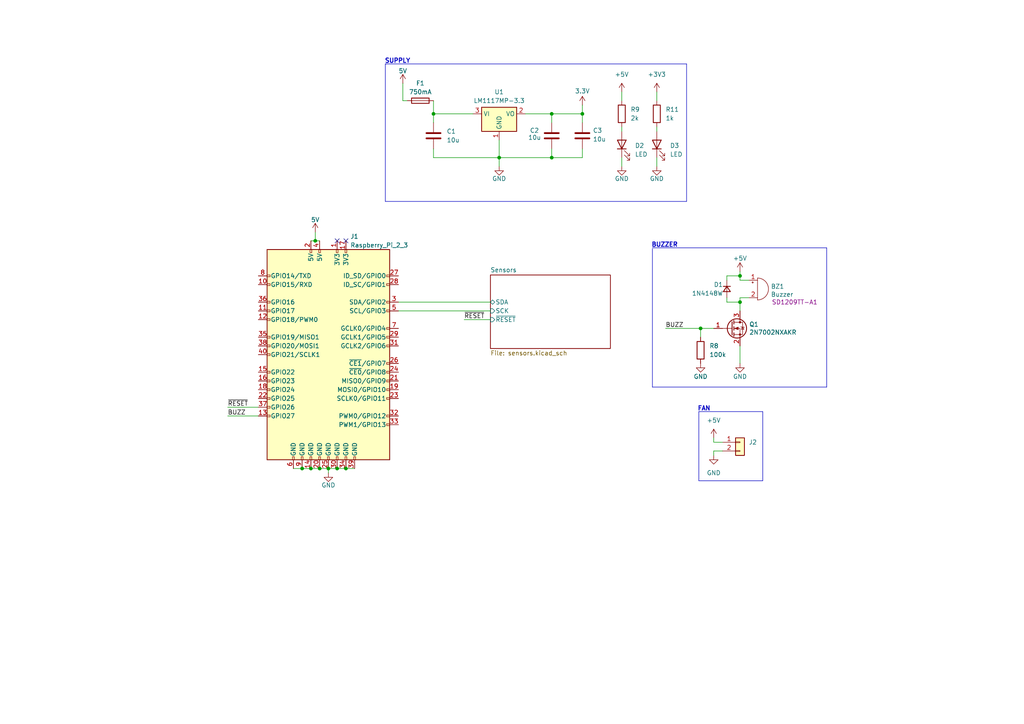
<source format=kicad_sch>
(kicad_sch (version 20231120) (generator "eeschema") (generator_version "8.0")
  (paper "A4")
  (lib_symbols
    (symbol "+5V_1" (power) (pin_numbers hide) (pin_names (offset 0) hide)
      (property "Value" "+5V" (at 0 3.556 0))
      (symbol "+5V_1_0_1"
        (polyline (pts (xy -0.762 1.27) (xy 0 2.54)))
        (polyline (pts (xy 0 0) (xy 0 2.54)))
        (polyline (pts (xy 0 2.54) (xy 0.762 1.27)))
      )
      (symbol "+5V_1_1_1"
        (pin power_in line (at 0 0 90) (length 0) (name "~") (number "1"))
      )
    )
    (symbol "+5V_2" (power) (pin_numbers hide) (pin_names (offset 0) hide)
      (property "Value" "+5V" (at 0 3.556 0))
      (symbol "+5V_2_0_1"
        (polyline (pts (xy -0.762 1.27) (xy 0 2.54)))
        (polyline (pts (xy 0 0) (xy 0 2.54)))
        (polyline (pts (xy 0 2.54) (xy 0.762 1.27)))
      )
      (symbol "+5V_2_1_1"
        (pin power_in line (at 0 0 90) (length 0) (name "~") (number "1"))
      )
    )
    (symbol "Connector:Raspberry_Pi_2_3" (pin_names (offset 1.016))
      (property "Reference" "J" (at -17.78 31.75 0))
      (property "Value" "Raspberry_Pi_2_3" (at 10.16 -31.75 0))
      (symbol "Raspberry_Pi_2_3_0_1"
        (rectangle (start -17.78 30.48) (end 17.78 -30.48) (stroke (width 0.254)) (fill (type background)))
      )
      (symbol "Raspberry_Pi_2_3_1_1"
        (rectangle (start -16.891 -17.526) (end -17.78 -18.034))
        (rectangle (start -16.891 -14.986) (end -17.78 -15.494))
        (rectangle (start -16.891 -12.446) (end -17.78 -12.954))
        (rectangle (start -16.891 -9.906) (end -17.78 -10.414))
        (rectangle (start -16.891 -7.366) (end -17.78 -7.874))
        (rectangle (start -16.891 -4.826) (end -17.78 -5.334))
        (rectangle (start -16.891 0.254) (end -17.78 -0.254))
        (rectangle (start -16.891 2.794) (end -17.78 2.286))
        (rectangle (start -16.891 5.334) (end -17.78 4.826))
        (rectangle (start -16.891 10.414) (end -17.78 9.906))
        (rectangle (start -16.891 12.954) (end -17.78 12.446))
        (rectangle (start -16.891 15.494) (end -17.78 14.986))
        (rectangle (start -16.891 20.574) (end -17.78 20.066))
        (rectangle (start -16.891 23.114) (end -17.78 22.606))
        (rectangle (start -10.414 -29.591) (end -9.906 -30.48))
        (rectangle (start -7.874 -29.591) (end -7.366 -30.48))
        (rectangle (start -5.334 -29.591) (end -4.826 -30.48))
        (rectangle (start -5.334 30.48) (end -4.826 29.591))
        (rectangle (start -2.794 -29.591) (end -2.286 -30.48))
        (rectangle (start -2.794 30.48) (end -2.286 29.591))
        (rectangle (start -0.254 -29.591) (end 0.254 -30.48))
        (rectangle (start 2.286 -29.591) (end 2.794 -30.48))
        (rectangle (start 2.286 30.48) (end 2.794 29.591))
        (rectangle (start 4.826 -29.591) (end 5.334 -30.48))
        (rectangle (start 4.826 30.48) (end 5.334 29.591))
        (rectangle (start 7.366 -29.591) (end 7.874 -30.48))
        (rectangle (start 17.78 -20.066) (end 16.891 -20.574))
        (rectangle (start 17.78 -17.526) (end 16.891 -18.034))
        (rectangle (start 17.78 -12.446) (end 16.891 -12.954))
        (rectangle (start 17.78 -9.906) (end 16.891 -10.414))
        (rectangle (start 17.78 -7.366) (end 16.891 -7.874))
        (rectangle (start 17.78 -4.826) (end 16.891 -5.334))
        (rectangle (start 17.78 -2.286) (end 16.891 -2.794))
        (rectangle (start 17.78 2.794) (end 16.891 2.286))
        (rectangle (start 17.78 5.334) (end 16.891 4.826))
        (rectangle (start 17.78 7.874) (end 16.891 7.366))
        (rectangle (start 17.78 12.954) (end 16.891 12.446))
        (rectangle (start 17.78 15.494) (end 16.891 14.986))
        (rectangle (start 17.78 20.574) (end 16.891 20.066))
        (rectangle (start 17.78 23.114) (end 16.891 22.606))
        (pin power_in line (at 2.54 33.02 270) (length 2.54) (name "3V3") (number "1"))
        (pin bidirectional line (at -20.32 20.32 0) (length 2.54) (name "GPIO15/RXD") (number "10"))
        (pin bidirectional line (at -20.32 12.7 0) (length 2.54) (name "GPIO17") (number "11"))
        (pin bidirectional line (at -20.32 10.16 0) (length 2.54) (name "GPIO18/PWM0") (number "12"))
        (pin bidirectional line (at -20.32 -17.78 0) (length 2.54) (name "GPIO27") (number "13"))
        (pin power_in line (at -5.08 -33.02 90) (length 2.54) (name "GND") (number "14"))
        (pin bidirectional line (at -20.32 -5.08 0) (length 2.54) (name "GPIO22") (number "15"))
        (pin bidirectional line (at -20.32 -7.62 0) (length 2.54) (name "GPIO23") (number "16"))
        (pin power_in line (at 5.08 33.02 270) (length 2.54) (name "3V3") (number "17"))
        (pin bidirectional line (at -20.32 -10.16 0) (length 2.54) (name "GPIO24") (number "18"))
        (pin bidirectional line (at 20.32 -10.16 180) (length 2.54) (name "MOSI0/GPIO10") (number "19"))
        (pin power_in line (at -5.08 33.02 270) (length 2.54) (name "5V") (number "2"))
        (pin power_in line (at -2.54 -33.02 90) (length 2.54) (name "GND") (number "20"))
        (pin bidirectional line (at 20.32 -7.62 180) (length 2.54) (name "MISO0/GPIO9") (number "21"))
        (pin bidirectional line (at -20.32 -12.7 0) (length 2.54) (name "GPIO25") (number "22"))
        (pin bidirectional line (at 20.32 -12.7 180) (length 2.54) (name "SCLK0/GPIO11") (number "23"))
        (pin bidirectional line (at 20.32 -5.08 180) (length 2.54) (name "~{CE0}/GPIO8") (number "24"))
        (pin power_in line (at 0 -33.02 90) (length 2.54) (name "GND") (number "25"))
        (pin bidirectional line (at 20.32 -2.54 180) (length 2.54) (name "~{CE1}/GPIO7") (number "26"))
        (pin bidirectional line (at 20.32 22.86 180) (length 2.54) (name "ID_SD/GPIO0") (number "27"))
        (pin bidirectional line (at 20.32 20.32 180) (length 2.54) (name "ID_SC/GPIO1") (number "28"))
        (pin bidirectional line (at 20.32 5.08 180) (length 2.54) (name "GCLK1/GPIO5") (number "29"))
        (pin bidirectional line (at 20.32 15.24 180) (length 2.54) (name "SDA/GPIO2") (number "3"))
        (pin power_in line (at 2.54 -33.02 90) (length 2.54) (name "GND") (number "30"))
        (pin bidirectional line (at 20.32 2.54 180) (length 2.54) (name "GCLK2/GPIO6") (number "31"))
        (pin bidirectional line (at 20.32 -17.78 180) (length 2.54) (name "PWM0/GPIO12") (number "32"))
        (pin bidirectional line (at 20.32 -20.32 180) (length 2.54) (name "PWM1/GPIO13") (number "33"))
        (pin power_in line (at 5.08 -33.02 90) (length 2.54) (name "GND") (number "34"))
        (pin bidirectional line (at -20.32 5.08 0) (length 2.54) (name "GPIO19/MISO1") (number "35"))
        (pin bidirectional line (at -20.32 15.24 0) (length 2.54) (name "GPIO16") (number "36"))
        (pin bidirectional line (at -20.32 -15.24 0) (length 2.54) (name "GPIO26") (number "37"))
        (pin bidirectional line (at -20.32 2.54 0) (length 2.54) (name "GPIO20/MOSI1") (number "38"))
        (pin power_in line (at 7.62 -33.02 90) (length 2.54) (name "GND") (number "39"))
        (pin power_in line (at -2.54 33.02 270) (length 2.54) (name "5V") (number "4"))
        (pin bidirectional line (at -20.32 0 0) (length 2.54) (name "GPIO21/SCLK1") (number "40"))
        (pin bidirectional line (at 20.32 12.7 180) (length 2.54) (name "SCL/GPIO3") (number "5"))
        (pin power_in line (at -10.16 -33.02 90) (length 2.54) (name "GND") (number "6"))
        (pin bidirectional line (at 20.32 7.62 180) (length 2.54) (name "GCLK0/GPIO4") (number "7"))
        (pin bidirectional line (at -20.32 22.86 0) (length 2.54) (name "GPIO14/TXD") (number "8"))
        (pin power_in line (at -7.62 -33.02 90) (length 2.54) (name "GND") (number "9"))
      )
    )
    (symbol "Connector_Generic:Conn_01x02" (pin_names (offset 1.016) hide)
      (property "Reference" "J" (at 0 2.54 0))
      (property "Value" "Conn_01x02" (at 0 -5.08 0))
      (symbol "Conn_01x02_1_1"
        (rectangle (start -1.27 -2.413) (end 0 -2.667) (stroke (width 0.1524)))
        (rectangle (start -1.27 0.127) (end 0 -0.127) (stroke (width 0.1524)))
        (rectangle (start -1.27 1.27) (end 1.27 -3.81) (stroke (width 0.254)) (fill (type background)))
        (pin passive line (at -5.08 0 0) (length 3.81) (name "Pin_1") (number "1"))
        (pin passive line (at -5.08 -2.54 0) (length 3.81) (name "Pin_2") (number "2"))
      )
    )
    (symbol "Device:Buzzer" (pin_names (offset 0.0254) hide)
      (property "Reference" "BZ" (at 3.81 1.27 0))
      (property "Value" "Buzzer" (at 3.81 -1.27 0))
      (symbol "Buzzer_0_1"
        (arc (start 0 -3.175) (mid 3.1612 0) (end 0 3.175))
        (polyline (pts (xy -1.651 1.905) (xy -1.143 1.905)))
        (polyline (pts (xy -1.397 2.159) (xy -1.397 1.651)))
        (polyline (pts (xy 0 3.175) (xy 0 -3.175)))
      )
      (symbol "Buzzer_1_1"
        (pin passive line (at -2.54 2.54 0) (length 2.54) (name "-") (number "1"))
        (pin passive line (at -2.54 -2.54 0) (length 2.54) (name "+") (number "2"))
      )
    )
    (symbol "Device:C" (pin_numbers hide) (pin_names (offset 0.254))
      (property "Reference" "C" (at 0.635 2.54 0))
      (property "Value" "C" (at 0.635 -2.54 0))
      (symbol "C_0_1"
        (polyline (pts (xy -2.032 -0.762) (xy 2.032 -0.762)) (stroke (width 0.508)))
        (polyline (pts (xy -2.032 0.762) (xy 2.032 0.762)) (stroke (width 0.508)))
      )
      (symbol "C_1_1"
        (pin passive line (at 0 3.81 270) (length 2.794) (name "~") (number "1"))
        (pin passive line (at 0 -3.81 90) (length 2.794) (name "~") (number "2"))
      )
    )
    (symbol "Device:D_Small" (pin_numbers hide) (pin_names (offset 0.254) hide)
      (property "Reference" "D" (at -1.27 2.032 0))
      (property "Value" "D_Small" (at -3.81 -2.032 0))
      (symbol "D_Small_0_1"
        (polyline (pts (xy -0.762 -1.016) (xy -0.762 1.016)) (stroke (width 0.254)))
        (polyline (pts (xy -0.762 0) (xy 0.762 0)))
        (polyline (pts (xy 0.762 -1.016) (xy -0.762 0) (xy 0.762 1.016) (xy 0.762 -1.016)) (stroke (width 0.254)))
      )
      (symbol "D_Small_1_1"
        (pin passive line (at -2.54 0 0) (length 1.778) (name "K") (number "1"))
        (pin passive line (at 2.54 0 180) (length 1.778) (name "A") (number "2"))
      )
    )
    (symbol "Device:Fuse" (pin_numbers hide) (pin_names (offset 0))
      (property "Reference" "F" (at 2.032 0 90))
      (property "Value" "Fuse" (at -1.905 0 90))
      (symbol "Fuse_0_1"
        (rectangle (start -0.762 -2.54) (end 0.762 2.54) (stroke (width 0.254)))
        (polyline (pts (xy 0 2.54) (xy 0 -2.54)))
      )
      (symbol "Fuse_1_1"
        (pin passive line (at 0 3.81 270) (length 1.27) (name "~") (number "1"))
        (pin passive line (at 0 -3.81 90) (length 1.27) (name "~") (number "2"))
      )
    )
    (symbol "Device:LED" (pin_numbers hide) (pin_names (offset 1.016) hide)
      (property "Reference" "D" (at 0 2.54 0))
      (property "Value" "LED" (at 0 -2.54 0))
      (symbol "LED_0_1"
        (polyline (pts (xy -1.27 -1.27) (xy -1.27 1.27)) (stroke (width 0.254)))
        (polyline (pts (xy -1.27 0) (xy 1.27 0)))
        (polyline (pts (xy 1.27 -1.27) (xy 1.27 1.27) (xy -1.27 0) (xy 1.27 -1.27)) (stroke (width 0.254)))
        (polyline (pts (xy -3.048 -0.762) (xy -4.572 -2.286) (xy -3.81 -2.286) (xy -4.572 -2.286) (xy -4.572 -1.524)))
        (polyline (pts (xy -1.778 -0.762) (xy -3.302 -2.286) (xy -2.54 -2.286) (xy -3.302 -2.286) (xy -3.302 -1.524)))
      )
      (symbol "LED_1_1"
        (pin passive line (at -3.81 0 0) (length 2.54) (name "K") (number "1"))
        (pin passive line (at 3.81 0 180) (length 2.54) (name "A") (number "2"))
      )
    )
    (symbol "Device:Q_NMOS_GSD" (pin_names (offset 0) hide)
      (property "Reference" "Q" (at 5.08 1.27 0))
      (property "Value" "Q_NMOS_GSD" (at 5.08 -1.27 0))
      (symbol "Q_NMOS_GSD_0_1"
        (polyline (pts (xy 0.254 0) (xy -2.54 0)))
        (polyline (pts (xy 0.254 1.905) (xy 0.254 -1.905)) (stroke (width 0.254)))
        (polyline (pts (xy 0.762 -1.27) (xy 0.762 -2.286)) (stroke (width 0.254)))
        (polyline (pts (xy 0.762 0.508) (xy 0.762 -0.508)) (stroke (width 0.254)))
        (polyline (pts (xy 0.762 2.286) (xy 0.762 1.27)) (stroke (width 0.254)))
        (polyline (pts (xy 2.54 2.54) (xy 2.54 1.778)))
        (polyline (pts (xy 2.54 -2.54) (xy 2.54 0) (xy 0.762 0)))
        (polyline (pts (xy 0.762 -1.778) (xy 3.302 -1.778) (xy 3.302 1.778) (xy 0.762 1.778)))
        (polyline (pts (xy 1.016 0) (xy 2.032 0.381) (xy 2.032 -0.381) (xy 1.016 0)) (fill (type outline)))
        (polyline (pts (xy 2.794 0.508) (xy 2.921 0.381) (xy 3.683 0.381) (xy 3.81 0.254)))
        (polyline (pts (xy 3.302 0.381) (xy 2.921 -0.254) (xy 3.683 -0.254) (xy 3.302 0.381)))
        (circle (center 1.651 0) (radius 2.794) (stroke (width 0.254)))
        (circle (center 2.54 -1.778) (radius 0.254) (fill (type outline)))
        (circle (center 2.54 1.778) (radius 0.254) (fill (type outline)))
      )
      (symbol "Q_NMOS_GSD_1_1"
        (pin input line (at -5.08 0 0) (length 2.54) (name "G") (number "1"))
        (pin passive line (at 2.54 -5.08 90) (length 2.54) (name "S") (number "2"))
        (pin passive line (at 2.54 5.08 270) (length 2.54) (name "D") (number "3"))
      )
    )
    (symbol "Device:R" (pin_numbers hide) (pin_names (offset 0))
      (property "Reference" "R" (at 2.032 0 90))
      (property "Value" "R" (at 0 0 90))
      (symbol "R_0_1"
        (rectangle (start -1.016 -2.54) (end 1.016 2.54) (stroke (width 0.254)))
      )
      (symbol "R_1_1"
        (pin passive line (at 0 3.81 270) (length 1.27) (name "~") (number "1"))
        (pin passive line (at 0 -3.81 90) (length 1.27) (name "~") (number "2"))
      )
    )
    (symbol "GND_1" (power) (pin_numbers hide) (pin_names (offset 0) hide)
      (property "Value" "GND" (at 0 -3.81 0))
      (symbol "GND_1_0_1"
        (polyline (pts (xy 0 0) (xy 0 -1.27) (xy 1.27 -1.27) (xy 0 -2.54) (xy -1.27 -1.27) (xy 0 -1.27)))
      )
      (symbol "GND_1_1_1"
        (pin power_in line (at 0 0 270) (length 0) (name "~") (number "1"))
      )
    )
    (symbol "Library:+5V" (power) (pin_numbers hide) (pin_names (offset 0) hide)
      (property "Value" "+5V" (at 0 3.556 0))
      (symbol "+5V_0_1"
        (polyline (pts (xy -0.762 1.27) (xy 0 2.54)))
        (polyline (pts (xy 0 0) (xy 0 2.54)))
        (polyline (pts (xy 0 2.54) (xy 0.762 1.27)))
      )
      (symbol "+5V_1_1"
        (pin power_in line (at 0 0 90) (length 0) (name "~") (number "1"))
      )
    )
    (symbol "Library:GND_{ISO}" (power) (pin_names (offset 0))
      (property "Value" "GND_{ISO}" (at 0 -3.81 0))
      (symbol "GND_{ISO}_0_1"
        (polyline (pts (xy 0 0) (xy 0 -1.27) (xy 1.27 -1.27) (xy 0 -2.54) (xy -1.27 -1.27) (xy 0 -1.27)))
      )
      (symbol "GND_{ISO}_1_1"
        (pin power_in line (at 0 0 270) (length 0) hide (name "GND_{ISO}") (number "1"))
      )
    )
    (symbol "Regulator_Linear:LM1117MP-3.3"
      (property "Reference" "U" (at -3.81 3.175 0))
      (property "Value" "LM1117MP-3.3" (at 0 3.175 0))
      (symbol "LM1117MP-3.3_0_1"
        (rectangle (start -5.08 -5.08) (end 5.08 1.905) (stroke (width 0.254)) (fill (type background)))
      )
      (symbol "LM1117MP-3.3_1_1"
        (pin power_in line (at 0 -7.62 90) (length 2.54) (name "GND") (number "1"))
        (pin power_out line (at 7.62 0 180) (length 2.54) (name "VO") (number "2"))
        (pin power_in line (at -7.62 0 0) (length 2.54) (name "VI") (number "3"))
      )
    )
    (symbol "power:+3V3" (power) (pin_numbers hide) (pin_names (offset 0) hide)
      (property "Value" "+3V3" (at 0 3.556 0))
      (symbol "+3V3_0_1"
        (polyline (pts (xy -0.762 1.27) (xy 0 2.54)))
        (polyline (pts (xy 0 0) (xy 0 2.54)))
        (polyline (pts (xy 0 2.54) (xy 0.762 1.27)))
      )
      (symbol "+3V3_1_1"
        (pin power_in line (at 0 0 90) (length 0) (name "~") (number "1"))
      )
    )
    (symbol "power:+5V" (power) (pin_names (offset 0))
      (property "Value" "+5V" (at 0 3.556 0))
      (symbol "+5V_0_1"
        (polyline (pts (xy -0.762 1.27) (xy 0 2.54)))
        (polyline (pts (xy 0 0) (xy 0 2.54)))
        (polyline (pts (xy 0 2.54) (xy 0.762 1.27)))
      )
      (symbol "+5V_1_1"
        (pin power_in line (at 0 0 90) (length 0) hide (name "+5V") (number "1"))
      )
    )
    (symbol "power:GND" (power) (pin_names (offset 0))
      (property "Value" "GND" (at 0 -3.81 0))
      (symbol "GND_0_1"
        (polyline (pts (xy 0 0) (xy 0 -1.27) (xy 1.27 -1.27) (xy 0 -2.54) (xy -1.27 -1.27) (xy 0 -1.27)))
      )
      (symbol "GND_1_1"
        (pin power_in line (at 0 0 270) (length 0) hide (name "GND") (number "1"))
      )
    )
  )
  (junction (at 144.78 45.72))
  (junction (at 87.63 135.89))
  (junction (at 168.91 33.02))
  (junction (at 100.33 135.89))
  (junction (at 160.02 45.72))
  (junction (at 214.63 87.63))
  (junction (at 91.44 69.85))
  (junction (at 97.79 135.89))
  (junction (at 214.63 80.01))
  (junction (at 90.17 135.89))
  (junction (at 95.25 135.89))
  (junction (at 125.73 33.02))
  (junction (at 160.02 33.02))
  (junction (at 92.71 135.89))
  (junction (at 203.2 95.25))
  (no_connect (at 97.79 69.85))
  (no_connect (at 100.33 69.85))
  (wire (pts (xy 125.73 33.02) (xy 137.16 33.02)))
  (wire (pts (xy 144.78 40.64) (xy 144.78 45.72)))
  (wire (pts (xy 97.79 135.89) (xy 100.33 135.89)))
  (wire (pts (xy 168.91 33.02) (xy 168.91 35.56)))
  (wire (pts (xy 115.57 90.17) (xy 142.24 90.17)))
  (wire (pts (xy 217.17 86.36) (xy 214.63 86.36)))
  (wire (pts (xy 214.63 87.63) (xy 214.63 90.17)))
  (polyline (pts (xy 111.76 58.42) (xy 111.76 18.542)))
  (polyline (pts (xy 221.234 139.446) (xy 221.234 119.38)))
  (polyline (pts (xy 202.692 139.446) (xy 221.234 139.446)))
  (wire (pts (xy 210.82 80.01) (xy 214.63 80.01)))
  (wire (pts (xy 207.01 127) (xy 207.01 128.27)))
  (wire (pts (xy 160.02 33.02) (xy 160.02 35.56)))
  (wire (pts (xy 190.5 26.67) (xy 190.5 29.21)))
  (wire (pts (xy 152.4 33.02) (xy 160.02 33.02)))
  (polyline (pts (xy 111.76 18.542) (xy 112.014 18.542)))
  (wire (pts (xy 180.34 26.67) (xy 180.34 29.21)))
  (wire (pts (xy 214.63 81.28) (xy 217.17 81.28)))
  (wire (pts (xy 118.11 29.21) (xy 116.84 29.21)))
  (polyline (pts (xy 112.014 18.542) (xy 199.136 18.542)))
  (wire (pts (xy 92.71 135.89) (xy 95.25 135.89)))
  (wire (pts (xy 66.04 118.11) (xy 74.93 118.11)))
  (wire (pts (xy 214.63 86.36) (xy 214.63 87.63)))
  (polyline (pts (xy 199.136 58.42) (xy 111.76 58.42)))
  (wire (pts (xy 190.5 36.83) (xy 190.5 38.1)))
  (wire (pts (xy 125.73 33.02) (xy 125.73 35.56)))
  (wire (pts (xy 168.91 30.48) (xy 168.91 33.02)))
  (polyline (pts (xy 189.23 71.882) (xy 239.776 71.882)))
  (wire (pts (xy 91.44 69.85) (xy 92.71 69.85)))
  (wire (pts (xy 66.04 120.65) (xy 74.93 120.65)))
  (wire (pts (xy 134.62 92.71) (xy 142.24 92.71)))
  (wire (pts (xy 144.78 45.72) (xy 144.78 48.26)))
  (wire (pts (xy 214.63 78.74) (xy 214.63 80.01)))
  (wire (pts (xy 214.63 105.41) (xy 214.63 100.33)))
  (wire (pts (xy 95.25 135.89) (xy 95.25 137.16)))
  (polyline (pts (xy 202.692 119.38) (xy 202.692 139.446)))
  (wire (pts (xy 160.02 45.72) (xy 168.91 45.72)))
  (wire (pts (xy 85.09 135.89) (xy 87.63 135.89)))
  (wire (pts (xy 180.34 45.72) (xy 180.34 48.26)))
  (wire (pts (xy 210.82 86.36) (xy 210.82 87.63)))
  (wire (pts (xy 100.33 135.89) (xy 102.87 135.89)))
  (wire (pts (xy 115.57 87.63) (xy 142.24 87.63)))
  (wire (pts (xy 207.01 128.27) (xy 209.55 128.27)))
  (wire (pts (xy 91.44 69.85) (xy 91.44 67.31)))
  (wire (pts (xy 90.17 135.89) (xy 92.71 135.89)))
  (wire (pts (xy 180.34 36.83) (xy 180.34 38.1)))
  (wire (pts (xy 125.73 45.72) (xy 125.73 43.18)))
  (wire (pts (xy 193.04 95.25) (xy 203.2 95.25)))
  (wire (pts (xy 144.78 45.72) (xy 125.73 45.72)))
  (wire (pts (xy 160.02 43.18) (xy 160.02 45.72)))
  (wire (pts (xy 203.2 95.25) (xy 207.01 95.25)))
  (wire (pts (xy 97.79 135.89) (xy 95.25 135.89)))
  (wire (pts (xy 203.2 95.25) (xy 203.2 97.79)))
  (wire (pts (xy 160.02 45.72) (xy 144.78 45.72)))
  (polyline (pts (xy 199.136 18.542) (xy 199.136 58.42)))
  (polyline (pts (xy 189.23 72.136) (xy 189.23 112.268)))
  (wire (pts (xy 125.73 29.21) (xy 125.73 33.02)))
  (wire (pts (xy 207.01 132.08) (xy 207.01 130.81)))
  (wire (pts (xy 160.02 33.02) (xy 168.91 33.02)))
  (wire (pts (xy 214.63 80.01) (xy 214.63 81.28)))
  (wire (pts (xy 190.5 45.72) (xy 190.5 48.26)))
  (polyline (pts (xy 202.692 119.38) (xy 221.234 119.38)))
  (wire (pts (xy 210.82 81.28) (xy 210.82 80.01)))
  (wire (pts (xy 168.91 43.18) (xy 168.91 45.72)))
  (wire (pts (xy 116.84 29.21) (xy 116.84 24.13)))
  (polyline (pts (xy 239.776 112.268) (xy 239.776 71.882)))
  (wire (pts (xy 210.82 87.63) (xy 214.63 87.63)))
  (wire (pts (xy 207.01 130.81) (xy 209.55 130.81)))
  (polyline (pts (xy 189.23 112.268) (xy 239.776 112.268)))
  (wire (pts (xy 90.17 69.85) (xy 91.44 69.85)))
  (wire (pts (xy 87.63 135.89) (xy 90.17 135.89)))
  (text "SUPPLY" (at 115.316 17.78 0) (effects (font (size 1.27 1.27) (thickness 0.254) (bold yes))))
  (text "FAN" (at 204.216 118.618 0) (effects (font (size 1.27 1.27) (thickness 0.254) (bold yes))))
  (text "BUZZER" (at 192.786 71.12 0) (effects (font (size 1.27 1.27) (thickness 0.254) (bold yes))))
  (label "BUZZ" (at 193.04 95.25 0))
  (label "~{RESET}" (at 134.62 92.71 0))
  (label "~{RESET}" (at 66.04 118.11 0))
  (label "BUZZ" (at 66.04 120.65 0))
  (symbol (lib_id "power:GND") (at 214.63 105.41 0) (unit 1)
    (property "Reference" "#PWR25" (effects (hide yes)))
    (property "Value" "GND" (at 214.63 109.22 0))
  )
  (symbol (lib_id "Library:GND_{ISO}") (at 180.34 48.26 0) (unit 1)
    (property "Reference" "#PWR71" (effects (hide yes)))
    (property "Value" "GND" (at 180.34 51.816 0))
    (property "Description" "Power symbol creates a global label with name \"GND\" , ground" (effects (hide yes)))
  )
  (symbol (lib_id "Library:GND_{ISO}") (at 190.5 48.26 0) (unit 1)
    (property "Reference" "#PWR72" (effects (hide yes)))
    (property "Value" "GND" (at 190.5 51.816 0))
    (property "Description" "Power symbol creates a global label with name \"GND\" , ground" (effects (hide yes)))
  )
  (symbol (lib_id "Device:Buzzer") (at 219.71 83.82 0) (unit 1)
    (property "Reference" "BZ1" (at 223.5708 83.0834 0) (effects (justify left)))
    (property "Value" "Buzzer" (at 223.5708 85.3948 0) (effects (justify left)))
    (property "Footprint" "Buzzer_Beeper:Buzzer_TDK_PS1240P02BT_D12.2mm_H6.5mm" (effects (hide yes)))
    (property "Datasheet" "docs/datasheets/electromagnetic_buzzer_sd_en.pdf" (effects (hide yes)))
    (property "PN" "SD1209TT-A1" (at 230.505 87.63 0))
  )
  (symbol (lib_id "Library:GND_{ISO}") (at 95.25 137.16 0) (unit 1)
    (property "Reference" "#PWR26" (effects (hide yes)))
    (property "Value" "GND" (at 95.25 140.716 0))
    (property "Description" "Power symbol creates a global label with name \"GND\" , ground" (effects (hide yes)))
  )
  (symbol (lib_id "power:+3V3") (at 190.5 26.67 0) (unit 1)
    (property "Reference" "#PWR70" (effects (hide yes)))
    (property "Value" "+3V3" (at 190.5 21.59 0))
    (property "Description" "Power symbol creates a global label with name \"+3V3\"" (effects (hide yes)))
  )
  (symbol (lib_id "Device:LED") (at 190.5 41.91 90) (unit 1)
    (property "Reference" "D3" (at 194.31 42.2274 90) (effects (justify right)))
    (property "Value" "LED" (at 194.31 44.7674 90) (effects (justify right)))
    (property "Description" "Light emitting diode" (effects (hide yes)))
  )
  (symbol (lib_id "Device:C") (at 168.91 39.37 0) (unit 1)
    (property "Reference" "C3" (at 171.958 37.846 0) (effects (justify left)))
    (property "Value" "10u" (at 171.958 40.386 0) (effects (justify left)))
    (property "Footprint" "Capacitor_SMD:C_0603_1608Metric" (effects (hide yes)))
    (property "Description" "Unpolarized capacitor" (effects (hide yes)))
  )
  (symbol (lib_id "Device:Fuse") (at 121.92 29.21 90) (unit 1)
    (property "Reference" "F1" (at 121.92 24.13 90))
    (property "Value" "750mA" (at 121.92 26.67 90))
    (property "Description" "Fuse" (effects (hide yes)))
  )
  (symbol (lib_id "Regulator_Linear:LM1117MP-3.3") (at 144.78 33.02 0) (unit 1)
    (property "Reference" "U1" (at 144.78 26.67 0))
    (property "Value" "LM1117MP-3.3" (at 144.78 29.21 0))
    (property "Footprint" "Package_TO_SOT_SMD:SOT-223-3_TabPin2" (effects (hide yes)))
    (property "Datasheet" "http://www.ti.com/lit/ds/symlink/lm1117.pdf" (effects (hide yes)))
    (property "Description" "800mA Low-Dropout Linear Regulator, 3.3V fixed output, SOT-223" (effects (hide yes)))
  )
  (symbol (lib_id "Device:R") (at 190.5 33.02 0) (unit 1)
    (property "Reference" "R11" (at 193.04 31.7499 0) (effects (justify left)))
    (property "Value" "1k" (at 193.04 34.2899 0) (effects (justify left)))
    (property "Description" "Resistor" (effects (hide yes)))
  )
  (symbol (lib_id "Device:D_Small") (at 210.82 83.82 270) (unit 1)
    (property "Reference" "D1" (at 207.01 82.55 90) (effects (justify left)))
    (property "Value" "1N4148W" (at 200.66 85.09 90) (effects (justify left)))
    (property "Footprint" "Diode_SMD:D_SOD-323_HandSoldering" (effects (hide yes)))
    (property "Datasheet" "https://www.vishay.com/docs/85748/1n4148w.pdf" (effects (hide yes)))
    (property "Store" "TODO: find actual component" (effects (hide yes)))
  )
  (symbol (lib_id "Connector_Generic:Conn_01x02") (at 214.63 128.27 0) (unit 1)
    (property "Reference" "J2" (at 217.17 128.2699 0) (effects (justify left)))
    (property "Value" "Conn_01x02" (effects (hide yes)))
    (property "Footprint" "Connector_PinHeader_2.54mm:PinHeader_1x02_P2.54mm_Vertical" (effects (hide yes)))
    (property "Description" "Generic connector, single row, 01x02, script generated (kicad-library-utils/schlib/autogen/connector/)" (effects (hide yes)))
  )
  (symbol (lib_id "Device:C") (at 125.73 39.37 0) (unit 1)
    (property "Reference" "C1" (at 129.54 38.0999 0) (effects (justify left)))
    (property "Value" "10u" (at 129.54 40.6399 0) (effects (justify left)))
    (property "Footprint" "Capacitor_SMD:C_0603_1608Metric" (effects (hide yes)))
    (property "Description" "Unpolarized capacitor" (effects (hide yes)))
  )
  (symbol (lib_id "power:+5V") (at 214.63 78.74 0) (unit 1)
    (property "Reference" "#PWR24" (effects (hide yes)))
    (property "Value" "+5V" (at 214.63 74.93 0))
  )
  (symbol (lib_id "power:GND") (at 203.2 105.41 0) (unit 1)
    (property "Reference" "#PWR23" (effects (hide yes)))
    (property "Value" "GND" (at 203.2 109.22 0))
  )
  (symbol (lib_id "Device:R") (at 180.34 33.02 180) (unit 1)
    (property "Reference" "R9" (at 182.88 31.7499 0) (effects (justify right)))
    (property "Value" "2k" (at 182.88 34.2899 0) (effects (justify right)))
    (property "Description" "Resistor" (effects (hide yes)))
  )
  (symbol (lib_id "Device:C") (at 160.02 39.37 0) (unit 1)
    (property "Reference" "C2" (at 153.67 37.846 0) (effects (justify left)))
    (property "Value" "10u" (at 153.162 39.878 0) (effects (justify left)))
    (property "Footprint" "Capacitor_SMD:C_0603_1608Metric" (effects (hide yes)))
    (property "Description" "Unpolarized capacitor" (effects (hide yes)))
  )
  (symbol (lib_id "Library:+5V") (at 116.84 24.13 0) (unit 1)
    (property "Reference" "#PWR1" (effects (hide yes)))
    (property "Value" "5V" (at 116.84 20.574 0))
    (property "Description" "Power symbol creates a global label with name \"+5V\"" (effects (hide yes)))
  )
  (symbol (lib_id "Connector:Raspberry_Pi_2_3") (at 95.25 102.87 0) (unit 1)
    (property "Reference" "J1" (at 101.6 68.58 0) (effects (justify left)))
    (property "Value" "Raspberry_Pi_2_3" (at 101.6 71.12 0) (effects (justify left)))
    (property "Footprint" "Local:raspberrypi" (effects (hide yes)))
    (property "Datasheet" "https://www.raspberrypi.org/documentation/hardware/raspberrypi/schematics/rpi_SCH_3bplus_1p0_reduced.pdf" (effects (hide yes)))
  )
  (symbol (lib_name "+5V_2") (lib_id "power:+5V") (at 180.34 26.67 0) (unit 1)
    (property "Reference" "#PWR69" (effects (hide yes)))
    (property "Value" "+5V" (at 180.34 21.59 0))
    (property "Description" "Power symbol creates a global label with name \"+5V\"" (effects (hide yes)))
  )
  (symbol (lib_id "Device:R") (at 203.2 101.6 0) (unit 1)
    (property "Reference" "R8" (at 205.74 100.3299 0) (effects (justify left)))
    (property "Value" "100k" (at 205.74 102.8699 0) (effects (justify left)))
    (property "Footprint" "Resistor_SMD:R_0603_1608Metric" (effects (hide yes)))
  )
  (symbol (lib_name "+5V_1") (lib_id "power:+5V") (at 207.01 127 0) (unit 1)
    (property "Reference" "#PWR67" (effects (hide yes)))
    (property "Value" "+5V" (at 207.01 121.92 0))
    (property "Description" "Power symbol creates a global label with name \"+5V\"" (effects (hide yes)))
  )
  (symbol (lib_id "Library:GND_{ISO}") (at 144.78 48.26 0) (unit 1)
    (property "Reference" "#PWR2" (effects (hide yes)))
    (property "Value" "GND" (at 144.78 51.816 0))
    (property "Description" "Power symbol creates a global label with name \"GND\" , ground" (effects (hide yes)))
  )
  (symbol (lib_id "Device:LED") (at 180.34 41.91 90) (unit 1)
    (property "Reference" "D2" (at 184.15 42.2274 90) (effects (justify right)))
    (property "Value" "LED" (at 184.15 44.7674 90) (effects (justify right)))
    (property "Description" "Light emitting diode" (effects (hide yes)))
  )
  (symbol (lib_id "Device:Q_NMOS_GSD") (at 212.09 95.25 0) (unit 1)
    (property "Reference" "Q1" (at 217.297 94.0816 0) (effects (justify left)))
    (property "Value" "2N7002NXAKR" (at 217.297 96.393 0) (effects (justify left)))
    (property "Footprint" "Package_TO_SOT_SMD:SOT-23" (effects (hide yes)))
    (property "Datasheet" "docs/datasheets/nmos_2n7002.pdf" (effects (hide yes)))
    (property "BOM Name" "NMOS" (effects (hide yes)))
    (property "PN" "2N7002NXAKR" (effects (hide yes)))
    (property "Price [€]" "0.197" (effects (hide yes)))
    (property "Store" "https://www.mouser.it/ProductDetail/Nexperia/2N7002NXAKR?qs=%252B6g0mu59x7JoAsZYPFXqhw%3D%3D" (effects (hide yes)))
  )
  (symbol (lib_id "Library:+5V") (at 91.44 67.31 0) (unit 1)
    (property "Reference" "#PWR22" (effects (hide yes)))
    (property "Value" "5V" (at 91.44 63.754 0))
    (property "Description" "Power symbol creates a global label with name \"+5V\"" (effects (hide yes)))
  )
  (symbol (lib_name "GND_1") (lib_id "power:GND") (at 207.01 132.08 0) (unit 1)
    (property "Reference" "#PWR68" (effects (hide yes)))
    (property "Value" "GND" (at 207.01 137.16 0))
    (property "Description" "Power symbol creates a global label with name \"GND\" , ground" (effects (hide yes)))
  )
  (symbol (lib_id "Library:+5V") (at 168.91 30.48 0) (unit 1)
    (property "Reference" "#PWR3" (effects (hide yes)))
    (property "Value" "3.3V" (at 168.91 26.416 0))
    (property "Description" "Power symbol creates a global label with name \"+5V\"" (effects (hide yes)))
  )
  (sheet (at 142.24 79.756) (size 34.798 21.336) (stroke (width 0.1524))
    (property "Sheetname" "Sensors" (at 142.24 79.0444 0) (effects (justify left bottom)))
    (property "Sheetfile" "sensors.kicad_sch" (at 142.24 101.6766 0) (effects (justify left top)))
    (pin "SDA" bidirectional (at 142.24 87.63 180))
    (pin "SCK" input (at 142.24 90.17 180))
    (pin "~{RESET}" input (at 142.24 92.71 180))
  )
)
</source>
